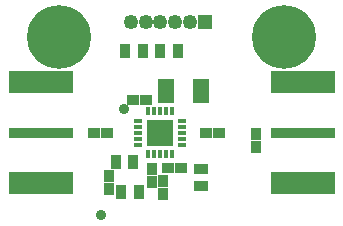
<source format=gbr>
G04 #@! TF.FileFunction,Soldermask,Top*
%FSLAX46Y46*%
G04 Gerber Fmt 4.6, Leading zero omitted, Abs format (unit mm)*
G04 Created by KiCad (PCBNEW 4.0.7-e2-6376~58~ubuntu16.04.1) date Wed May  9 12:33:34 2018*
%MOMM*%
%LPD*%
G01*
G04 APERTURE LIST*
%ADD10C,0.100000*%
%ADD11C,0.900000*%
%ADD12C,5.400000*%
%ADD13R,5.480000X1.900000*%
%ADD14R,5.480000X0.820000*%
%ADD15R,0.900000X1.000000*%
%ADD16R,1.000000X0.900000*%
%ADD17R,1.400000X2.000000*%
%ADD18R,0.900000X1.300000*%
%ADD19R,1.300000X0.900000*%
%ADD20R,1.250000X1.250000*%
%ADD21C,1.250000*%
%ADD22R,0.800000X0.350000*%
%ADD23R,0.350000X0.800000*%
%ADD24R,2.300000X2.300000*%
G04 APERTURE END LIST*
D10*
D11*
X168300000Y-94900000D03*
X170300000Y-85900000D03*
D12*
X183800000Y-79800000D03*
D13*
X185400000Y-92150000D03*
X185400000Y-83650000D03*
D14*
X185400000Y-87900000D03*
D13*
X163200000Y-83650000D03*
X163200000Y-92150000D03*
D14*
X163200000Y-87900000D03*
D15*
X173600000Y-93100000D03*
X173600000Y-92000000D03*
D16*
X168850000Y-87900000D03*
X167750000Y-87900000D03*
D15*
X169000000Y-92650000D03*
X169000000Y-91550000D03*
D16*
X172100000Y-85150000D03*
X171000000Y-85150000D03*
D15*
X172600000Y-92050000D03*
X172600000Y-90950000D03*
D17*
X176800000Y-84400000D03*
X173800000Y-84400000D03*
D16*
X175100000Y-90900000D03*
X174000000Y-90900000D03*
X178350000Y-87900000D03*
X177250000Y-87900000D03*
D15*
X181400000Y-89150000D03*
X181400000Y-88050000D03*
D18*
X171550000Y-92900000D03*
X170050000Y-92900000D03*
X169550000Y-90400000D03*
X171050000Y-90400000D03*
X173350000Y-81000000D03*
X174850000Y-81000000D03*
X170350000Y-81000000D03*
X171850000Y-81000000D03*
D19*
X176800000Y-92450000D03*
X176800000Y-90950000D03*
D12*
X164800000Y-79800000D03*
D20*
X177100000Y-78500000D03*
D21*
X175850000Y-78500000D03*
X174600000Y-78500000D03*
X173350000Y-78500000D03*
X172100000Y-78500000D03*
X170850000Y-78500000D03*
D22*
X171450000Y-86884000D03*
X171450000Y-87392000D03*
X171450000Y-87900000D03*
X171450000Y-88408000D03*
X171450000Y-88916000D03*
D23*
X172284000Y-89750000D03*
X172792000Y-89750000D03*
X173300000Y-89750000D03*
X173808000Y-89750000D03*
X174308000Y-89750000D03*
D22*
X175150000Y-88916000D03*
X175150000Y-88408000D03*
X175150000Y-87900000D03*
X175150000Y-87392000D03*
X175150000Y-86884000D03*
D23*
X174316000Y-86050000D03*
X173808000Y-86050000D03*
X173300000Y-86050000D03*
X172792000Y-86050000D03*
X172284000Y-86050000D03*
D24*
X173300000Y-87900000D03*
M02*

</source>
